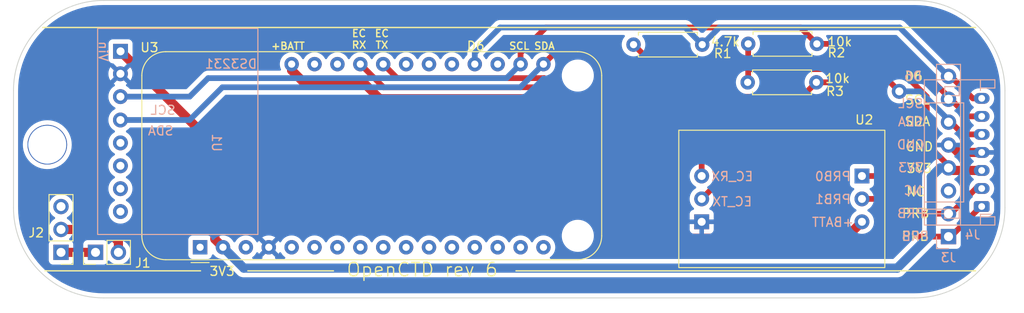
<source format=kicad_pcb>
(kicad_pcb (version 20211014) (generator pcbnew)
  (layers (0 "F.Cu" signal) (31 "B.Cu" signal) (34 "B.Paste" user) (35 "F.Paste" user) (36 "B.SilkS" user "B.Silkscreen") (37 "F.SilkS" user "F.Silkscreen") (38 "B.Mask" user) (39 "F.Mask" user) (44 "Edge.Cuts" user))
  (net 0 "")
  (net 1 "+3V3")
  (net 2 "D6")
  (net 3 "SCL")
  (net 4 "SDA")
  (net 5 "Net-(J1-Pad1)")
  (net 6 "Net-(J1-Pad2)")
  (net 8 "PRB1")
  (net 9 "PRB0")
  (net 11 "GND")
  (net 16 "EC_TX")
  (net 17 "EC_RX")
  (net 18 "+BATT")
  (net 20 "Tx")
  (footprint "Resistor_THT:R_Axial_DIN0207_L6.3mm_D2.5mm_P7.62mm_Horizontal" (layer "F.Cu") (at 162.794 82.9)
    (fp_text reference "R1" (at 9.898 0.98 180) (layer "F.SilkS"))
    (fp_text value "4.7k")
    (fp_line (start 0.54 1.37) (end 7.08 1.37) (layer "F.SilkS") (width 0.12))
    (fp_line (start 0.54 -1.04) (end 0.54 -1.37) (layer "F.SilkS") (width 0.12))
    (fp_line (start 7.08 -1.37) (end 7.08 -1.04) (layer "F.SilkS") (width 0.12))
    (fp_line (start 0.54 -1.37) (end 7.08 -1.37) (layer "F.SilkS") (width 0.12))
    (fp_line (start 0.54 1.04) (end 0.54 1.37) (layer "F.SilkS") (width 0.12))
    (fp_line (start 7.08 1.37) (end 7.08 1.04) (layer "F.SilkS") (width 0.12))
    (pad "1" thru_hole circle locked (at 0 0) (size 1.6 1.6) (drill 0.8) (layers *.Cu *.Mask) (net 1 "+3V3"))
    (pad "2" thru_hole oval locked (at 7.62 0) (size 1.6 1.6) (drill 0.8) (layers *.Cu *.Mask) (net 2 "D6"))
  )
  (footprint "local:Adafruit_Feather_With2MountingHoles" (layer "F.Cu") (at 114.7 105.385 90)
    (fp_text reference "U3" (at 22.16 -5.62 180) (layer "F.SilkS"))
    (fp_text value "adafruit_feather")
    (fp_line (start 21.7 -3.81) (end 21.7 41.91) (layer "F.SilkS") (width 0.12))
    (fp_line (start -1.38 -3.81) (end -1.38 41.91) (layer "F.SilkS") (width 0.12))
    (fp_line (start -1.7 1) (end -1.7 -1) (layer "F.SilkS") (width 0.12))
    (fp_line (start 19.05 -6.46) (end 1.27 -6.46) (layer "F.SilkS") (width 0.12))
    (fp_line (start 19.05 44.56) (end 1.27 44.56) (layer "F.SilkS") (width 0.12))
    (fp_arc (start -1.38 -3.81) (mid -0.603833 -5.683833) (end 1.27 -6.46) (layer "F.SilkS") (width 0.12))
    (fp_arc (start 21.7 41.91) (mid 20.923833 43.783833) (end 19.05 44.56) (layer "F.SilkS") (width 0.12))
    (fp_arc (start 19.05 -6.46) (mid 20.923833 -5.683833) (end 21.7 -3.81) (layer "F.SilkS") (width 0.12))
    (fp_arc (start 1.27 44.56) (mid -0.603833 43.783833) (end -1.38 41.91) (layer "F.SilkS") (width 0.12))
    (pad "" np_thru_hole circle (at 19.05 41.91) (size 2.54 2.54) (drill 2.54) (layers *.Cu *.Mask))
    (pad "" np_thru_hole circle (at 1.27 41.91) (size 2.54 2.54) (drill 2.54) (layers *.Cu *.Mask))
    (pad "1" thru_hole rect (at 0 0 270) (size 1.6 1.6) (drill 0.8) (layers *.Cu *.Mask))
    (pad "2" thru_hole circle (at 0 2.54 270) (size 1.6 1.6) (drill 0.8) (layers *.Cu *.Mask) (net 1 "+3V3"))
    (pad "3" thru_hole circle (at 0 5.08 270) (size 1.6 1.6) (drill 0.8) (layers *.Cu *.Mask))
    (pad "4" thru_hole circle (at 0 7.62 270) (size 1.6 1.6) (drill 0.8) (layers *.Cu *.Mask) (net 11 "GND"))
    (pad "5" thru_hole circle (at 0 10.16 270) (size 1.6 1.6) (drill 0.8) (layers *.Cu *.Mask))
    (pad "6" thru_hole circle (at 0 12.7 270) (size 1.6 1.6) (drill 0.8) (layers *.Cu *.Mask))
    (pad "7" thru_hole circle (at 0 15.24 270) (size 1.6 1.6) (drill 0.8) (layers *.Cu *.Mask))
    (pad "8" thru_hole circle (at 0 17.78 270) (size 1.6 1.6) (drill 0.8) (layers *.Cu *.Mask))
    (pad "9" thru_hole circle (at 0 20.32 270) (size 1.6 1.6) (drill 0.8) (layers *.Cu *.Mask))
    (pad "10" thru_hole circle (at 0 22.86 270) (size 1.6 1.6) (drill 0.8) (layers *.Cu *.Mask))
    (pad "11" thru_hole circle (at 0 25.4 270) (size 1.6 1.6) (drill 0.8) (layers *.Cu *.Mask))
    (pad "12" thru_hole circle (at 0 27.94 270) (size 1.6 1.6) (drill 0.8) (layers *.Cu *.Mask))
    (pad "13" thru_hole circle (at 0 30.48 270) (size 1.6 1.6) (drill 0.8) (layers *.Cu *.Mask))
    (pad "14" thru_hole circle (at 0 33.02 270) (size 1.6 1.6) (drill 0.8) (layers *.Cu *.Mask))
    (pad "15" thru_hole circle (at 0 35.56 270) (size 1.6 1.6) (drill 0.8) (layers *.Cu *.Mask) (net 20 "Tx"))
    (pad "16" thru_hole circle (at 0 38.1 270) (size 1.6 1.6) (drill 0.8) (layers *.Cu *.Mask))
    (pad "17" thru_hole circle (at 20.32 38.1 270) (size 1.6 1.6) (drill 0.8) (layers *.Cu *.Mask) (net 4 "SDA"))
    (pad "18" thru_hole circle (at 20.32 35.56 270) (size 1.6 1.6) (drill 0.8) (layers *.Cu *.Mask) (net 3 "SCL"))
    (pad "19" thru_hole circle (at 20.32 33.02 270) (size 1.6 1.6) (drill 0.8) (layers *.Cu *.Mask))
    (pad "20" thru_hole circle (at 20.32 30.48 270) (size 1.6 1.6) (drill 0.8) (layers *.Cu *.Mask) (net 2 "D6"))
    (pad "21" thru_hole circle (at 20.32 27.94 270) (size 1.6 1.6) (drill 0.8) (layers *.Cu *.Mask))
    (pad "22" thru_hole circle (at 20.32 25.4 270) (size 1.6 1.6) (drill 0.8) (layers *.Cu *.Mask))
    (pad "23" thru_hole circle (at 20.32 22.86 270) (size 1.6 1.6) (drill 0.8) (layers *.Cu *.Mask))
    (pad "24" thru_hole circle (at 20.32 20.32 270) (size 1.6 1.6) (drill 0.8) (layers *.Cu *.Mask) (net 16 "EC_TX"))
    (pad "25" thru_hole circle (at 20.32 17.78 270) (size 1.6 1.6) (drill 0.8) (layers *.Cu *.Mask) (net 17 "EC_RX"))
    (pad "26" thru_hole circle (at 20.32 15.24 270) (size 1.6 1.6) (drill 0.8) (layers *.Cu *.Mask))
    (pad "27" thru_hole circle (at 20.32 12.7 270) (size 1.6 1.6) (drill 0.8) (layers *.Cu *.Mask))
    (pad "28" thru_hole circle (at 20.32 10.16 270) (size 1.6 1.6) (drill 0.8) (layers *.Cu *.Mask) (net 18 "+BATT"))
  )
  (footprint "local:Atlas_EC" (layer "F.Cu") (at 179.245 92.399)
    (fp_text reference "U2" (at 9.144 -1.154 unlocked) (layer "F.SilkS"))
    (fp_text value "atlas-ec")
    (fp_rect (start -11.43 0) (end 11.43 15.24) (layer "F.SilkS") (width 0.12) (fill none))
    (pad "1" thru_hole rect (at -8.89 10.16) (size 1.651 1.651) (drill 0.889) (layers *.Cu *.Mask) (net 11 "GND"))
    (pad "2" thru_hole circle (at -8.89 7.62) (size 1.651 1.651) (drill 0.889) (layers *.Cu *.Mask) (net 16 "EC_TX"))
    (pad "3" thru_hole circle (at -8.89 5.08) (size 1.651 1.651) (drill 0.889) (layers *.Cu *.Mask) (net 17 "EC_RX"))
    (pad "4" thru_hole rect (at 8.89 5.08) (size 1.651 1.651) (drill 0.889) (layers *.Cu *.Mask) (net 9 "PRB0"))
    (pad "5" thru_hole circle (at 8.89 7.62) (size 1.651 1.651) (drill 0.889) (layers *.Cu *.Mask) (net 8 "PRB1"))
    (pad "6" thru_hole circle (at 8.89 10.16) (size 1.651 1.651) (drill 0.889) (layers *.Cu *.Mask) (net 18 "+BATT"))
  )
  (footprint "Connector_PinHeader_2.54mm:PinHeader_1x02_P2.54mm_Vertical" (layer "F.Cu") (at 103.1 105.95 90)
    (fp_text reference "J1" (at -1.18 5.25 180) (layer "F.SilkS"))
    (fp_text value "Conn_01x02_Male")
    (fp_line (start -1.33 -1.33) (end 0 -1.33) (layer "F.SilkS") (width 0.12))
    (fp_line (start -1.33 1.27) (end 1.33 1.27) (layer "F.SilkS") (width 0.12))
    (fp_line (start 1.33 1.27) (end 1.33 3.87) (layer "F.SilkS") (width 0.12))
    (fp_line (start -1.33 0) (end -1.33 -1.33) (layer "F.SilkS") (width 0.12))
    (fp_line (start -1.33 3.87) (end 1.33 3.87) (layer "F.SilkS") (width 0.12))
    (fp_line (start -1.33 1.27) (end -1.33 3.87) (layer "F.SilkS") (width 0.12))
    (pad "1" thru_hole rect locked (at 0 0 90) (size 1.7 1.7) (drill 1) (layers *.Cu *.Mask) (net 5 "Net-(J1-Pad1)"))
    (pad "2" thru_hole oval locked (at 0 2.54 90) (size 1.7 1.7) (drill 1) (layers *.Cu *.Mask) (net 6 "Net-(J1-Pad2)"))
  )
  (footprint "Connector_PinHeader_2.54mm:PinHeader_1x03_P2.54mm_Vertical" (layer "F.Cu") (at 99.27 105.95 180)
    (fp_text reference "J2" (at 2.75 2.17) (layer "F.SilkS"))
    (fp_text value "Conn_01x03_Male")
    (fp_line (start -1.33 1.27) (end -1.33 6.41) (layer "F.SilkS") (width 0.12))
    (fp_line (start -1.33 -1.33) (end 0 -1.33) (layer "F.SilkS") (width 0.12))
    (fp_line (start -1.33 1.27) (end 1.33 1.27) (layer "F.SilkS") (width 0.12))
    (fp_line (start -1.33 6.41) (end 1.33 6.41) (layer "F.SilkS") (width 0.12))
    (fp_line (start 1.33 1.27) (end 1.33 6.41) (layer "F.SilkS") (width 0.12))
    (fp_line (start -1.33 0) (end -1.33 -1.33) (layer "F.SilkS") (width 0.12))
    (pad "1" thru_hole rect locked (at 0 0 180) (size 1.7 1.7) (drill 1) (layers *.Cu *.Mask) (net 5 "Net-(J1-Pad1)"))
    (pad "2" thru_hole oval locked (at 0 2.54 180) (size 1.7 1.7) (drill 1) (layers *.Cu *.Mask) (net 6 "Net-(J1-Pad2)"))
    (pad "3" thru_hole oval locked (at 0 5.08 180) (size 1.7 1.7) (drill 1) (layers *.Cu *.Mask))
  )
  (footprint "Resistor_THT:R_Axial_DIN0207_L6.3mm_D2.5mm_P7.62mm_Horizontal" (layer "F.Cu") (at 175.458 87.086)
    (fp_text reference "R3" (at 9.69 0.996 180) (layer "F.SilkS"))
    (fp_text value "10k")
    (fp_line (start 7.08 -1.37) (end 7.08 -1.04) (layer "F.SilkS") (width 0.12))
    (fp_line (start 0.54 -1.37) (end 7.08 -1.37) (layer "F.SilkS") (width 0.12))
    (fp_line (start 7.08 1.37) (end 7.08 1.04) (layer "F.SilkS") (width 0.12))
    (fp_line (start 0.54 1.37) (end 7.08 1.37) (layer "F.SilkS") (width 0.12))
    (fp_line (start 0.54 -1.04) (end 0.54 -1.37) (layer "F.SilkS") (width 0.12))
    (fp_line (start 0.54 1.04) (end 0.54 1.37) (layer "F.SilkS") (width 0.12))
    (pad "1" thru_hole circle locked (at 0 0) (size 1.6 1.6) (drill 0.8) (layers *.Cu *.Mask) (net 1 "+3V3"))
    (pad "2" thru_hole oval locked (at 7.62 0) (size 1.6 1.6) (drill 0.8) (layers *.Cu *.Mask) (net 4 "SDA"))
  )
  (footprint "Resistor_THT:R_Axial_DIN0207_L6.3mm_D2.5mm_P7.62mm_Horizontal" (layer "F.Cu") (at 175.514 82.816)
    (fp_text reference "R2" (at 9.794 0.988 180) (layer "F.SilkS"))
    (fp_text value "10k")
    (fp_line (start 0.54 -1.37) (end 7.08 -1.37) (layer "F.SilkS") (width 0.12))
    (fp_line (start 0.54 1.37) (end 7.08 1.37) (layer "F.SilkS") (width 0.12))
    (fp_line (start 0.54 -1.04) (end 0.54 -1.37) (layer "F.SilkS") (width 0.12))
    (fp_line (start 7.08 1.37) (end 7.08 1.04) (layer "F.SilkS") (width 0.12))
    (fp_line (start 7.08 -1.37) (end 7.08 -1.04) (layer "F.SilkS") (width 0.12))
    (fp_line (start 0.54 1.04) (end 0.54 1.37) (layer "F.SilkS") (width 0.12))
    (pad "1" thru_hole circle locked (at 0 0) (size 1.6 1.6) (drill 0.8) (layers *.Cu *.Mask) (net 1 "+3V3"))
    (pad "2" thru_hole oval locked (at 7.62 0) (size 1.6 1.6) (drill 0.8) (layers *.Cu *.Mask) (net 3 "SCL"))
  )
  (footprint "local:Adafruit_DS3231_flipped_noholes" (layer "B.Cu") (at 116.035 92.535 90)
    (fp_text reference "U1" (at -1.25 0.5 270 unlocked) (layer "B.SilkS") (effects (justify mirror)))
    (fp_text value "adafruit_ds3231")
    (fp_text user "Vin" (at 8.89 -12.065 270 unlocked) (layer "B.SilkS") (effects (justify mirror)))
    (fp_rect (start -11.43 5.08) (end 11.43 -12.7) (layer "B.SilkS") (width 0.12) (fill none))
    (pad "1" thru_hole rect (at 8.89 -10.16 270) (size 1.651 1.651) (drill 0.889) (layers *.Cu *.Mask) (net 1 "+3V3"))
    (pad "2" thru_hole circle (at 6.400432 -10.17143 270) (size 1.651 1.651) (drill 0.889) (layers *.Cu *.Mask) (net 11 "GND"))
    (pad "3" thru_hole circle (at 3.863289 -10.17143 270) (size 1.651 1.651) (drill 0.889) (layers *.Cu *.Mask) (net 3 "SCL"))
    (pad "4" thru_hole circle (at 1.27 -10.17143 270) (size 1.651 1.651) (drill 0.889) (layers *.Cu *.Mask) (net 4 "SDA"))
    (pad "5" thru_hole circle (at -1.27 -10.17143 270) (size 1.651 1.651) (drill 0.889) (layers *.Cu *.Mask))
    (pad "6" thru_hole circle (at -3.81 -10.17143 270) (size 1.651 1.651) (drill 0.889) (layers *.Cu *.Mask))
    (pad "7" thru_hole circle (at -6.35 -10.17143 270) (size 1.651 1.651) (drill 0.889) (layers *.Cu *.Mask))
    (pad "8" thru_hole circle (at -8.89 -10.17143 270) (size 1.651 1.651) (drill 0.889) (layers *.Cu *.Mask))
  )
  (footprint "Connector_JST:JST_PH_S7B-PH-K_1x07_P2.00mm_Horizontal" (layer "B.Cu") (at 201.422 100.862 90)
    (fp_text reference "J4" (at -3.144 -1.006 180) (layer "B.SilkS") (effects (justify mirror)))
    (fp_text value "JST-PH7")
    (fp_line (start 14.06 -0.14) (end 13.14 -0.14) (layer "B.SilkS") (width 0.12))
    (fp_line (start -2.06 1.46) (end -2.06 -6.36) (layer "B.SilkS") (width 0.12))
    (fp_line (start -0.86 -0.14) (end -1.14 -0.14) (layer "B.SilkS") (width 0.12))
    (fp_line (start 13.3 -4.1) (end 12.3 -4.1) (layer "B.SilkS") (width 0.12))
    (fp_line (start 14.06 -6.36) (end 14.06 1.46) (layer "B.SilkS") (width 0.12))
    (fp_line (start -2.06 -0.14) (end -1.14 -0.14) (layer "B.SilkS") (width 0.12))
    (fp_line (start 14.06 1.46) (end 13.14 1.46) (layer "B.SilkS") (width 0.12))
    (fp_line (start 12.3 -4.1) (end 12.3 -2.5) (layer "B.SilkS") (width 0.12))
    (fp_line (start 12.3 -2.5) (end 13.3 -2.5) (layer "B.SilkS") (width 0.12))
    (fp_line (start -0.3 -4.1) (end -0.3 -2.5) (layer "B.SilkS") (width 0.12))
    (fp_line (start -0.3 -2.5) (end -1.3 -2.5) (layer "B.SilkS") (width 0.12))
    (fp_line (start 13.14 1.46) (end 13.14 -0.14) (layer "B.SilkS") (width 0.12))
    (fp_line (start -0.86 -0.14) (end -0.86 1.075) (layer "B.SilkS") (width 0.12))
    (fp_line (start 0.5 -2) (end 11.5 -2) (layer "B.SilkS") (width 0.12))
    (fp_line (start -0.8 -4.1) (end -0.8 -6.36) (layer "B.SilkS") (width 0.12))
    (fp_line (start -1.14 1.46) (end -2.06 1.46) (layer "B.SilkS") (width 0.12))
    (fp_line (start 13.14 -0.14) (end 12.86 -0.14) (layer "B.SilkS") (width 0.12))
    (fp_line (start -1.3 -4.1) (end -0.3 -4.1) (layer "B.SilkS") (width 0.12))
    (fp_line (start 0.5 -6.36) (end 0.5 -2) (layer "B.SilkS") (width 0.12))
    (fp_line (start -2.06 -6.36) (end 14.06 -6.36) (layer "B.SilkS") (width 0.12))
    (fp_line (start 11.5 -2) (end 11.5 -6.36) (layer "B.SilkS") (width 0.12))
    (fp_line (start -0.3 -4.1) (end -0.3 -6.36) (layer "B.SilkS") (width 0.12))
    (fp_line (start -1.14 -0.14) (end -1.14 1.46) (layer "B.SilkS") (width 0.12))
    (fp_line (start -1.3 -2.5) (end -1.3 -4.1) (layer "B.SilkS") (width 0.12))
    (fp_line (start 13.3 -2.5) (end 13.3 -4.1) (layer "B.SilkS") (width 0.12))
    (pad "1" thru_hole roundrect locked (at 0 0 90) (size 1.2 1.75) (drill 0.75) (layers *.Cu *.Mask) (roundrect_rratio 0.2083333333) (net 8 "PRB1"))
    (pad "2" thru_hole oval locked (at 2 0 90) (size 1.2 1.75) (drill 0.75) (layers *.Cu *.Mask) (net 9 "PRB0"))
    (pad "3" thru_hole oval locked (at 4 0 90) (size 1.2 1.75) (drill 0.75) (layers *.Cu *.Mask) (net 1 "+3V3"))
    (pad "4" thru_hole oval locked (at 6 0 90) (size 1.2 1.75) (drill 0.75) (layers *.Cu *.Mask) (net 11 "GND"))
    (pad "5" thru_hole oval locked (at 8 0 90) (size 1.2 1.75) (drill 0.75) (layers *.Cu *.Mask) (net 4 "SDA"))
    (pad "6" thru_hole oval locked (at 10 0 90) (size 1.2 1.75) (drill 0.75) (layers *.Cu *.Mask) (net 3 "SCL"))
    (pad "7" thru_hole oval locked (at 12 0 90) (size 1.2 1.75) (drill 0.75) (layers *.Cu *.Mask) (net 2 "D6"))
  )
  (footprint "Connector_PinHeader_2.54mm:PinHeader_1x08_P2.54mm_Vertical" (layer "B.Cu") (at 197.74 104.2)
    (fp_text reference "J3" (at 0 2.33) (layer "B.SilkS") (effects (justify mirror)))
    (fp_text value "RA pin header female")
    (fp_line (start -1.33 1.33) (end 0 1.33) (layer "B.SilkS") (width 0.12))
    (fp_line (start -1.33 -1.27) (end -1.33 -19.11) (layer "B.SilkS") (width 0.12))
    (fp_line (start -1.33 -1.27) (end 1.33 -1.27) (layer "B.SilkS") (width 0.12))
    (fp_line (start -1.33 0) (end -1.33 1.33) (layer "B.SilkS") (width 0.12))
    (fp_line (start -1.33 -19.11) (end 1.33 -19.11) (layer "B.SilkS") (width 0.12))
    (fp_line (start 1.33 -1.27) (end 1.33 -19.11) (layer "B.SilkS") (width 0.12))
    (pad "1" thru_hole rect locked (at 0 0) (size 1.7 1.7) (drill 1) (layers *.Cu *.Mask) (net 8 "PRB1"))
    (pad "2" thru_hole oval locked (at 0 -2.54) (size 1.7 1.7) (drill 1) (layers *.Cu *.Mask) (net 9 "PRB0"))
    (pad "3" thru_hole oval locked (at 0 -5.08) (size 1.7 1.7) (drill 1) (layers *.Cu *.Mask))
    (pad "4" thru_hole oval locked (at 0 -7.62) (size 1.7 1.7) (drill 1) (layers *.Cu *.Mask) (net 1 "+3V3"))
    (pad "5" thru_hole oval locked (at 0 -10.16) (size 1.7 1.7) (drill 1) (layers *.Cu *.Mask) (net 11 "GND"))
    (pad "6" thru_hole oval locked (at 0 -12.7) (size 1.7 1.7) (drill 1) (layers *.Cu *.Mask) (net 4 "SDA"))
    (pad "7" thru_hole oval locked (at 0 -15.24) (size 1.7 1.7) (drill 1) (layers *.Cu *.Mask) (net 3 "SCL"))
    (pad "8" thru_hole oval locked (at 0 -17.78) (size 1.7 1.7) (drill 1) (layers *.Cu *.Mask) (net 2 "D6"))
  )
  (gr_line (start 149.75 108) (end 200.75 108) (layer "F.SilkS") (width 0.15))
  (gr_line (start 129.5 108) (end 120 108) (layer "F.SilkS") (width 0.15))
  (gr_line (start 97.25 81) (end 200.75 81) (layer "F.SilkS") (width 0.15))
  (gr_line (start 114.75 108) (end 97.5 108) (layer "F.SilkS") (width 0.15))
  (gr_arc (start 104 111) (mid 96.928932 108.071068) (end 94 101) (layer "Edge.Cuts") (width 0.1))
  (gr_arc (start 194 78) (mid 201.071068 80.928932) (end 204 88) (layer "Edge.Cuts") (width 0.1))
  (gr_line (start 204 101) (end 204 88) (layer "Edge.Cuts") (width 0.1))
  (gr_line (start 94 88) (end 94 101) (layer "Edge.Cuts") (width 0.1))
  (gr_arc (start 204 101) (mid 201.071068 108.071068) (end 194 111) (layer "Edge.Cuts") (width 0.1))
  (gr_line (start 194 78) (end 104 78) (layer "Edge.Cuts") (width 0.1))
  (gr_line (start 104 111) (end 194 111) (layer "Edge.Cuts") (width 0.1))
  (gr_arc (start 94 88) (mid 96.928932 80.928932) (end 104 78) (layer "Edge.Cuts") (width 0.1))
  (gr_text "EC_TX" (at 173.736 100.322) (layer "B.SilkS") (effects (font (size 1 1)) (justify mirror)))
  (gr_text "SDA" (at 110.332 92.464) (layer "B.SilkS") (effects (font (size 1 1)) (justify mirror)))
  (gr_text "PRB" (at 193.548 101.624) (layer "B.SilkS") (effects (font (size 1 1)) (justify mirror)))
  (gr_text "3V3" (at 193.548 96.544) (layer "B.SilkS") (effects (font (size 1 1)) (justify mirror)))
  (gr_text "EC_RX" (at 173.736 97.528) (layer "B.SilkS") (effects (font (size 1 1)) (justify mirror)))
  (gr_text "SDA" (at 193.548 91.464) (layer "B.SilkS") (effects (font (size 1 1)) (justify mirror)))
  (gr_text "GND" (at 193.548 94.004) (layer "B.SilkS") (effects (font (size 1 1)) (justify mirror)))
  (gr_text "D6" (at 193.802 86.384) (layer "B.SilkS") (effects (font (size 1 1)) (justify mirror)))
  (gr_text "PRB0" (at 184.912 97.528) (layer "B.SilkS") (effects (font (size 1 1)) (justify mirror)))
  (gr_text "PRB" (at 194.056 104.164) (layer "B.SilkS") (effects (font (size 1 1)) (justify mirror)))
  (gr_text "SCL" (at 193.548 89.432) (layer "B.SilkS") (effects (font (size 1 1)) (justify mirror)))
  (gr_text "PRB1" (at 184.912 100.068) (layer "B.SilkS") (effects (font (size 1 1)) (justify mirror)))
  (gr_text "+BATT" (at 184.912 102.608) (layer "B.SilkS") (effects (font (size 1 1)) (justify mirror)))
  (gr_text "NC" (at 193.802 99.084) (layer "B.SilkS") (effects (font (size 1 1)) (justify mirror)))
  (gr_text "DS3231" (at 118.126 85.048) (layer "B.SilkS") (effects (font (size 1 1)) (justify mirror)))
  (gr_text "SCL" (at 110.582 90.174) (layer "B.SilkS") (effects (font (size 1 1)) (justify mirror)))
  (gr_text "4.7k" (at 172.974 82.59) (layer "F.SilkS") (effects (font (size 1 1))))
  (gr_text "SDA" (at 194.298 91.428) (layer "F.SilkS") (effects (font (size 1 1))))
  (gr_text "EC\nTX" (at 134.874 82.3) (layer "F.SilkS") (effects (font (size 0.8 0.8))))
  (gr_text "PRB" (at 194.056 104.164) (layer "F.SilkS") (effects (font (size 1 1))))
  (gr_text "SCL" (at 150.114 83.054) (layer "F.SilkS") (effects (font (size 0.8 0.8))))
  (gr_text "3V3" (at 117.15 108.05) (layer "F.SilkS") (effects (font (size 1 1))))
  (gr_text "GND" (at 194.498 94.228) (layer "F.SilkS") (effects (font (size 1 1))))
  (gr_text "D6" (at 193.898 86.428) (layer "F.SilkS") (effects (font (size 1 1))))
  (gr_text "OpenCTD rev 6" (at 139.35 107.87) (layer "F.SilkS") (effects (font (size 1.5 1.5))))
  (gr_text "SDA" (at 152.908 83.054) (layer "F.SilkS") (effects (font (size 0.8 0.8))))
  (gr_text "SCL" (at 194.298 89.028) (layer "F.SilkS") (effects (font (size 1 1))))
  (gr_text "PRB" (at 194.098 101.628) (layer "F.SilkS") (effects (font (size 1 1))))
  (gr_text "D6" (at 145.288 83.058) (layer "F.SilkS") (effects (font (size 1 1))))
  (gr_text "3V3" (at 194.498 96.628) (layer "F.SilkS") (effects (font (size 1 1))))
  (gr_text "NC" (at 194.098 99.228) (layer "F.SilkS") (effects (font (size 1 1))))
  (gr_text "10k" (at 185.424 86.654) (layer "F.SilkS") (effects (font (size 1 1))))
  (gr_text "10k" (at 185.674 82.582) (layer "F.SilkS") (effects (font (size 1 1))))
  (gr_text "+BATT" (at 124.46 83.058) (layer "F.SilkS") (effects (font (size 0.8 0.8))))
  (gr_text "EC\nRX" (at 132.334 82.3) (layer "F.SilkS") (effects (font (size 0.8 0.8))))
  (via (at 97.75 94) (size 4.4) (drill 4.2) (layers "F.Cu" "B.Cu") (net 0))
  (segment (start 105.875 83.645) (end 116.343489 94.113489) (width 1.016) (layer "F.Cu") (net 1))
  (segment (start 116.343489 104.488489) (end 117.24 105.385) (width 1.016) (layer "F.Cu") (net 1))
  (segment (start 164.516 84.622) (end 175.4 84.622) (width 0.635) (layer "F.Cu") (net 1))
  (segment (start 201.422 96.862) (end 198.274 96.862) (width 1.016) (layer "F.Cu") (net 1))
  (segment (start 195.326 93.914) (end 197.992 96.58) (width 0.635) (layer "F.Cu") (net 1))
  (segment (start 175.514 82.816) (end 175.514 84.736) (width 0.635) (layer "F.Cu") (net 1))
  (segment (start 192.278 85.622) (end 195.326 88.67) (width 0.635) (layer "F.Cu") (net 1))
  (segment (start 198.274 96.862) (end 197.992 96.58) (width 1.016) (layer "F.Cu") (net 1))
  (segment (start 116.343489 94.113489) (end 116.343489 104.488489) (width 1.016) (layer "F.Cu") (net 1))
  (segment (start 192.278 85.622) (end 175.628 85.622) (width 0.635) (layer "F.Cu") (net 1))
  (segment (start 175.628 85.622) (end 175.514 85.736) (width 0.635) (layer "F.Cu") (net 1))
  (segment (start 162.794 82.9) (end 164.516 84.622) (width 0.635) (layer "F.Cu") (net 1))
  (segment (start 175.514 84.736) (end 175.514 85.736) (width 0.635) (layer "F.Cu") (net 1))
  (segment (start 175.514 85.736) (end 175.514 87.03) (width 0.635) (layer "F.Cu") (net 1))
  (segment (start 175.4 84.622) (end 175.514 84.736) (width 0.635) (layer "F.Cu") (net 1))
  (segment (start 195.326 88.67) (end 195.326 93.914) (width 0.635) (layer "F.Cu") (net 1))
  (segment (start 175.514 87.03) (end 175.458 87.086) (width 0.635) (layer "F.Cu") (net 1))
  (segment (start 119.555 107.7) (end 192.044 107.7) (width 1.016) (layer "B.Cu") (net 1))
  (segment (start 196.814 96.58) (end 197.992 96.58) (width 1.016) (layer "B.Cu") (net 1))
  (segment (start 195.834 103.91) (end 195.834 97.56) (width 1.016) (layer "B.Cu") (net 1))
  (segment (start 195.834 97.56) (end 196.814 96.58) (width 1.016) (layer "B.Cu") (net 1))
  (segment (start 192.044 107.7) (end 195.834 103.91) (width 1.016) (layer "B.Cu") (net 1))
  (segment (start 117.24 105.385) (end 119.555 107.7) (width 1.016) (layer "B.Cu") (net 1))
  (segment (start 200.434 88.862) (end 197.992 86.42) (width 0.635) (layer "F.Cu") (net 2))
  (segment (start 201.422 88.862) (end 200.434 88.862) (width 0.635) (layer "F.Cu") (net 2))
  (segment (start 172.314 81) (end 192.32 81) (width 0.635) (layer "B.Cu") (net 2))
  (segment (start 168.514 81) (end 170.414 82.9) (width 0.635) (layer "B.Cu") (net 2))
  (segment (start 170.414 82.9) (end 172.314 81) (width 0.635) (layer "B.Cu") (net 2))
  (segment (start 192.32 81) (end 197.74 86.42) (width 0.635) (layer "B.Cu") (net 2))
  (segment (start 147.995 81) (end 145.18 83.815) (width 0.635) (layer "B.Cu") (net 2))
  (segment (start 145.18 83.815) (end 145.18 85.065) (width 0.635) (layer "B.Cu") (net 2))
  (segment (start 147.995 81) (end 168.514 81) (width 0.635) (layer "B.Cu") (net 2))
  (segment (start 183.134 82.816) (end 191.848 82.816) (width 0.635) (layer "F.Cu") (net 3))
  (segment (start 181.318 81) (end 183.134 82.816) (width 0.635) (layer "F.Cu") (net 3))
  (segment (start 150.26 83.815) (end 150.26 85.065) (width 0.635) (layer "F.Cu") (net 3))
  (segment (start 199.894 90.862) (end 201.422 90.862) (width 0.635) (layer "F.Cu") (net 3))
  (segment (start 153.075 81) (end 150.26 83.815) (width 0.635) (layer "F.Cu") (net 3))
  (segment (start 153.075 81) (end 181.318 81) (width 0.635) (layer "F.Cu") (net 3))
  (segment (start 191.848 82.816) (end 199.894 90.862) (width 0.635) (layer "F.Cu") (net 3))
  (segment (start 148.707 86.618) (end 150.26 85.065) (width 0.635) (layer "B.Cu") (net 3))
  (segment (start 115.597281 86.618) (end 148.707 86.618) (width 0.635) (layer "B.Cu") (net 3))
  (segment (start 105.86357 88.671711) (end 113.54357 88.671711) (width 0.635) (layer "B.Cu") (net 3))
  (segment (start 113.54357 88.671711) (end 115.597281 86.618) (width 0.635) (layer "B.Cu") (net 3))
  (segment (start 163.408 87.908) (end 173.466 87.908) (width 0.635) (layer "F.Cu") (net 4))
  (segment (start 154.365 83.5) (end 159 83.5) (width 0.635) (layer "F.Cu") (net 4))
  (segment (start 199.354 92.862) (end 197.992 91.5) (width 0.635) (layer "F.Cu") (net 4))
  (segment (start 173.466 87.908) (end 174.244 88.686) (width 0.635) (layer "F.Cu") (net 4))
  (segment (start 191.278 87.086) (end 192.278 88.086) (width 0.635) (layer "F.Cu") (net 4))
  (segment (start 152.8 85.065) (end 154.365 83.5) (width 0.635) (layer "F.Cu") (net 4))
  (segment (start 174.244 88.686) (end 181.478 88.686) (width 0.635) (layer "F.Cu") (net 4))
  (segment (start 181.478 88.686) (end 183.078 87.086) (width 0.635) (layer "F.Cu") (net 4))
  (segment (start 159 83.5) (end 163.408 87.908) (width 0.635) (layer "F.Cu") (net 4))
  (segment (start 183.078 87.086) (end 191.278 87.086) (width 0.635) (layer "F.Cu") (net 4))
  (segment (start 201.422 92.862) (end 199.354 92.862) (width 0.635) (layer "F.Cu") (net 4))
  (via (at 192.278 88.086) (size 1.651) (drill 0.889) (layers "F.Cu" "B.Cu") (net 4))
  (segment (start 105.86357 91.265) (end 113.54357 91.265) (width 0.635) (layer "B.Cu") (net 4))
  (segment (start 117.17457 87.634) (end 150.231 87.634) (width 0.635) (layer "B.Cu") (net 4))
  (segment (start 113.54357 91.265) (end 117.17457 87.634) (width 0.635) (layer "B.Cu") (net 4))
  (segment (start 194.578 88.086) (end 197.992 91.5) (width 0.635) (layer "B.Cu") (net 4))
  (segment (start 150.231 87.634) (end 152.8 85.065) (width 0.635) (layer "B.Cu") (net 4))
  (segment (start 192.278 88.086) (end 194.578 88.086) (width 0.635) (layer "B.Cu") (net 4))
  (segment (start 103.1 105.95) (end 99.27 105.95) (width 1.016) (layer "F.Cu") (net 5))
  (segment (start 104.302081 103.41) (end 99.27 103.41) (width 1.016) (layer "F.Cu") (net 6))
  (segment (start 105.64 105.95) (end 105.64 104.747919) (width 1.016) (layer "F.Cu") (net 6))
  (segment (start 105.64 104.747919) (end 104.302081 103.41) (width 1.016) (layer "F.Cu") (net 6))
  (segment (start 190.135 100.019) (end 194.316 104.2) (width 0.635) (layer "F.Cu") (net 8))
  (segment (start 188.135 100.019) (end 190.135 100.019) (width 0.635) (layer "F.Cu") (net 8))
  (segment (start 201.422 100.862) (end 201.33 100.862) (width 0.635) (layer "F.Cu") (net 8))
  (segment (start 197.992 104.2) (end 194.316 104.2) (width 0.635) (layer "F.Cu") (net 8))
  (segment (start 201.33 100.862) (end 197.992 104.2) (width 0.635) (layer "F.Cu") (net 8))
  (segment (start 188.135 97.479) (end 190.135 97.479) (width 0.635) (layer "F.Cu") (net 9))
  (segment (start 200.79 98.862) (end 197.992 101.66) (width 0.635) (layer "F.Cu") (net 9))
  (segment (start 197.992 101.66) (end 194.316 101.66) (width 0.635) (layer "F.Cu") (net 9))
  (segment (start 190.135 97.479) (end 194.316 101.66) (width 0.635) (layer "F.Cu") (net 9))
  (segment (start 201.422 98.862) (end 200.79 98.862) (width 0.635) (layer "F.Cu") (net 9))
  (segment (start 201.422 94.862) (end 198.814 94.862) (width 1.016) (layer "F.Cu") (net 11))
  (segment (start 198.814 94.862) (end 197.992 94.04) (width 1.016) (layer "F.Cu") (net 11))
  (segment (start 135.02 85.065) (end 136.573 86.618) (width 0.635) (layer "F.Cu") (net 16))
  (segment (start 152.888 86.618) (end 155.194 88.924) (width 0.635) (layer "F.Cu") (net 16))
  (segment (start 171.958 98.416) (end 170.355 100.019) (width 0.635) (layer "F.Cu") (net 16))
  (segment (start 171.958 91.718) (end 171.958 98.416) (width 0.635) (layer "F.Cu") (net 16))
  (segment (start 136.573 86.618) (end 152.888 86.618) (width 0.635) (layer "F.Cu") (net 16))
  (segment (start 169.164 88.924) (end 171.958 91.718) (width 0.635) (layer "F.Cu") (net 16))
  (segment (start 155.194 88.924) (end 169.164 88.924) (width 0.635) (layer "F.Cu") (net 16))
  (segment (start 170.355 91.893) (end 170.355 97.479) (width 0.635) (layer "F.Cu") (net 17))
  (segment (start 135.049 87.634) (end 152.38 87.634) (width 0.635) (layer "F.Cu") (net 17))
  (segment (start 132.48 85.065) (end 135.049 87.634) (width 0.635) (layer "F.Cu") (net 17))
  (segment (start 168.402 89.94) (end 170.355 91.893) (width 0.635) (layer "F.Cu") (net 17))
  (segment (start 154.686 89.94) (end 168.402 89.94) (width 0.635) (layer "F.Cu") (net 17))
  (segment (start 152.38 87.634) (end 154.686 89.94) (width 0.635) (layer "F.Cu") (net 17))
  (segment (start 154.178 91.21) (end 166.37 91.21) (width 1.016) (layer "F.Cu") (net 18))
  (segment (start 168.402 103.878) (end 168.91 104.386) (width 1.016) (layer "F.Cu") (net 18))
  (segment (start 168.402 93.242) (end 168.402 103.878) (width 1.016) (layer "F.Cu") (net 18))
  (segment (start 166.37 91.21) (end 168.402 93.242) (width 1.016) (layer "F.Cu") (net 18))
  (segment (start 168.91 104.386) (end 186.308 104.386) (width 1.016) (layer "F.Cu") (net 18))
  (segment (start 124.86 85.065) (end 124.86 85.748) (width 1.016) (layer "F.Cu") (net 18))
  (segment (start 134.62 88.904) (end 151.872 88.904) (width 1.016) (layer "F.Cu") (net 18))
  (segment (start 186.308 104.386) (end 188.135 102.559) (width 1.016) (layer "F.Cu") (net 18))
  (segment (start 125.984 86.872) (end 132.588 86.872) (width 1.016) (layer "F.Cu") (net 18))
  (segment (start 124.86 85.748) (end 125.984 86.872) (width 1.016) (layer "F.Cu") (net 18))
  (segment (start 132.588 86.872) (end 134.62 88.904) (width 1.016) (layer "F.Cu") (net 18))
  (segment (start 151.872 88.904) (end 154.178 91.21) (width 1.016) (layer "F.Cu") (net 18))
  (zone (net 11) (net_name "GND") (layer "B.Cu") (connect_pads (clearance 0.508)) (min_thickness 0.254) (fill yes (thermal_gap 0.508) (thermal_bridge_width 0.508))
    (polygon (pts (xy 204 111) (xy 94 111) (xy 94 78.25) (xy 204.216 78.25)))
  )
)
</source>
